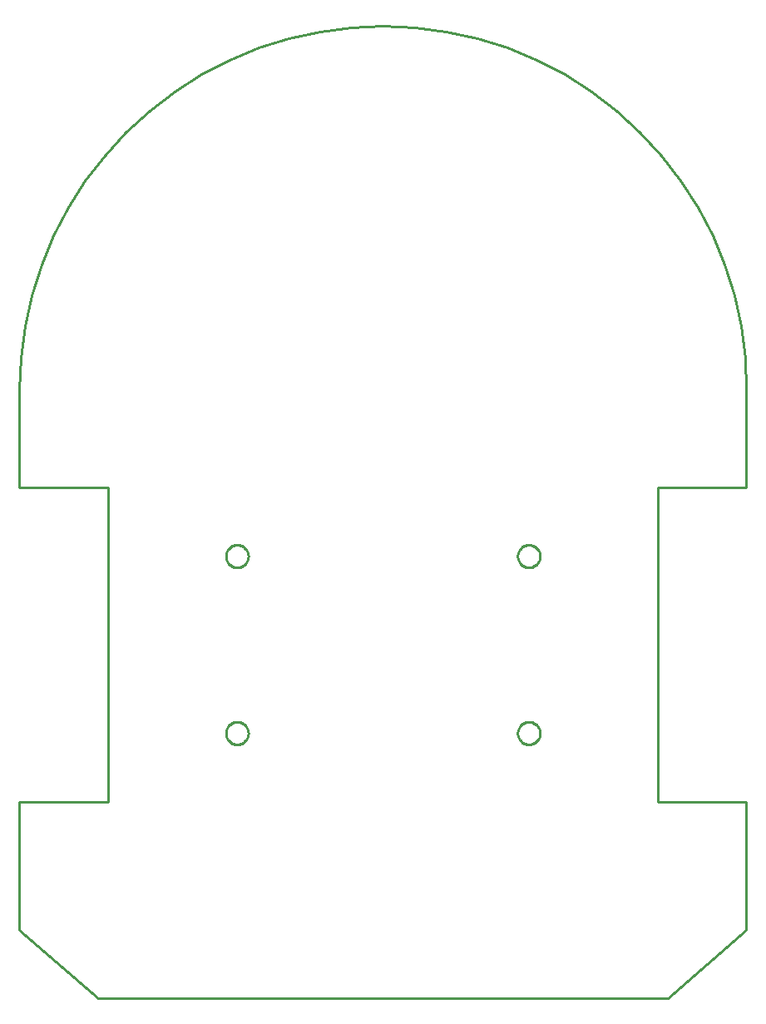
<source format=gbr>
G04 EAGLE Gerber RS-274X export*
G75*
%MOMM*%
%FSLAX34Y34*%
%LPD*%
%IN*%
%IPPOS*%
%AMOC8*
5,1,8,0,0,1.08239X$1,22.5*%
G01*
%ADD10C,0.254000*%


D10*
X430000Y310000D02*
X510000Y240000D01*
X1090000Y240000D01*
X1170000Y310000D01*
X1170000Y440000D01*
X1080000Y440000D01*
X1080000Y760000D01*
X1170000Y760000D01*
X1170000Y860000D01*
X1168592Y892248D01*
X1164379Y924250D01*
X1157393Y955763D01*
X1147686Y986547D01*
X1135334Y1016369D01*
X1120429Y1045000D01*
X1103086Y1072223D01*
X1083436Y1097831D01*
X1061630Y1121630D01*
X1037831Y1143436D01*
X1012223Y1163086D01*
X985000Y1180429D01*
X956369Y1195334D01*
X926547Y1207686D01*
X895763Y1217393D01*
X864250Y1224379D01*
X832248Y1228592D01*
X800000Y1230000D01*
X767752Y1228592D01*
X735750Y1224379D01*
X704237Y1217393D01*
X673453Y1207686D01*
X643631Y1195334D01*
X615000Y1180429D01*
X587777Y1163086D01*
X562169Y1143436D01*
X538371Y1121630D01*
X516564Y1097831D01*
X496914Y1072223D01*
X479571Y1045000D01*
X464666Y1016369D01*
X452314Y986547D01*
X442607Y955763D01*
X435621Y924250D01*
X431408Y892248D01*
X430000Y860000D01*
X430000Y760000D01*
X520000Y760000D01*
X520000Y440000D01*
X430000Y440000D01*
X430000Y310000D01*
X959930Y689551D02*
X959860Y688656D01*
X959719Y687768D01*
X959509Y686895D01*
X959232Y686041D01*
X958888Y685211D01*
X958480Y684411D01*
X958011Y683645D01*
X957483Y682918D01*
X956900Y682235D01*
X956265Y681600D01*
X955582Y681017D01*
X954855Y680489D01*
X954089Y680020D01*
X953289Y679612D01*
X952459Y679268D01*
X951605Y678991D01*
X950732Y678781D01*
X949845Y678640D01*
X948949Y678570D01*
X948051Y678570D01*
X947156Y678640D01*
X946268Y678781D01*
X945395Y678991D01*
X944541Y679268D01*
X943711Y679612D01*
X942911Y680020D01*
X942145Y680489D01*
X941418Y681017D01*
X940735Y681600D01*
X940100Y682235D01*
X939517Y682918D01*
X938989Y683645D01*
X938520Y684411D01*
X938112Y685211D01*
X937768Y686041D01*
X937491Y686895D01*
X937281Y687768D01*
X937140Y688656D01*
X937070Y689551D01*
X937070Y690449D01*
X937140Y691345D01*
X937281Y692232D01*
X937491Y693105D01*
X937768Y693959D01*
X938112Y694789D01*
X938520Y695589D01*
X938989Y696355D01*
X939517Y697082D01*
X940100Y697765D01*
X940735Y698400D01*
X941418Y698983D01*
X942145Y699511D01*
X942911Y699980D01*
X943711Y700388D01*
X944541Y700732D01*
X945395Y701009D01*
X946268Y701219D01*
X947156Y701360D01*
X948051Y701430D01*
X948949Y701430D01*
X949845Y701360D01*
X950732Y701219D01*
X951605Y701009D01*
X952459Y700732D01*
X953289Y700388D01*
X954089Y699980D01*
X954855Y699511D01*
X955582Y698983D01*
X956265Y698400D01*
X956900Y697765D01*
X957483Y697082D01*
X958011Y696355D01*
X958480Y695589D01*
X958888Y694789D01*
X959232Y693959D01*
X959509Y693105D01*
X959719Y692232D01*
X959860Y691345D01*
X959930Y690449D01*
X959930Y689551D01*
X959930Y509551D02*
X959860Y508656D01*
X959719Y507768D01*
X959509Y506895D01*
X959232Y506041D01*
X958888Y505211D01*
X958480Y504411D01*
X958011Y503645D01*
X957483Y502918D01*
X956900Y502235D01*
X956265Y501600D01*
X955582Y501017D01*
X954855Y500489D01*
X954089Y500020D01*
X953289Y499612D01*
X952459Y499268D01*
X951605Y498991D01*
X950732Y498781D01*
X949845Y498640D01*
X948949Y498570D01*
X948051Y498570D01*
X947156Y498640D01*
X946268Y498781D01*
X945395Y498991D01*
X944541Y499268D01*
X943711Y499612D01*
X942911Y500020D01*
X942145Y500489D01*
X941418Y501017D01*
X940735Y501600D01*
X940100Y502235D01*
X939517Y502918D01*
X938989Y503645D01*
X938520Y504411D01*
X938112Y505211D01*
X937768Y506041D01*
X937491Y506895D01*
X937281Y507768D01*
X937140Y508656D01*
X937070Y509551D01*
X937070Y510449D01*
X937140Y511345D01*
X937281Y512232D01*
X937491Y513105D01*
X937768Y513959D01*
X938112Y514789D01*
X938520Y515589D01*
X938989Y516355D01*
X939517Y517082D01*
X940100Y517765D01*
X940735Y518400D01*
X941418Y518983D01*
X942145Y519511D01*
X942911Y519980D01*
X943711Y520388D01*
X944541Y520732D01*
X945395Y521009D01*
X946268Y521219D01*
X947156Y521360D01*
X948051Y521430D01*
X948949Y521430D01*
X949845Y521360D01*
X950732Y521219D01*
X951605Y521009D01*
X952459Y520732D01*
X953289Y520388D01*
X954089Y519980D01*
X954855Y519511D01*
X955582Y518983D01*
X956265Y518400D01*
X956900Y517765D01*
X957483Y517082D01*
X958011Y516355D01*
X958480Y515589D01*
X958888Y514789D01*
X959232Y513959D01*
X959509Y513105D01*
X959719Y512232D01*
X959860Y511345D01*
X959930Y510449D01*
X959930Y509551D01*
X662930Y509551D02*
X662860Y508656D01*
X662719Y507768D01*
X662509Y506895D01*
X662232Y506041D01*
X661888Y505211D01*
X661480Y504411D01*
X661011Y503645D01*
X660483Y502918D01*
X659900Y502235D01*
X659265Y501600D01*
X658582Y501017D01*
X657855Y500489D01*
X657089Y500020D01*
X656289Y499612D01*
X655459Y499268D01*
X654605Y498991D01*
X653732Y498781D01*
X652845Y498640D01*
X651949Y498570D01*
X651051Y498570D01*
X650156Y498640D01*
X649268Y498781D01*
X648395Y498991D01*
X647541Y499268D01*
X646711Y499612D01*
X645911Y500020D01*
X645145Y500489D01*
X644418Y501017D01*
X643735Y501600D01*
X643100Y502235D01*
X642517Y502918D01*
X641989Y503645D01*
X641520Y504411D01*
X641112Y505211D01*
X640768Y506041D01*
X640491Y506895D01*
X640281Y507768D01*
X640140Y508656D01*
X640070Y509551D01*
X640070Y510449D01*
X640140Y511345D01*
X640281Y512232D01*
X640491Y513105D01*
X640768Y513959D01*
X641112Y514789D01*
X641520Y515589D01*
X641989Y516355D01*
X642517Y517082D01*
X643100Y517765D01*
X643735Y518400D01*
X644418Y518983D01*
X645145Y519511D01*
X645911Y519980D01*
X646711Y520388D01*
X647541Y520732D01*
X648395Y521009D01*
X649268Y521219D01*
X650156Y521360D01*
X651051Y521430D01*
X651949Y521430D01*
X652845Y521360D01*
X653732Y521219D01*
X654605Y521009D01*
X655459Y520732D01*
X656289Y520388D01*
X657089Y519980D01*
X657855Y519511D01*
X658582Y518983D01*
X659265Y518400D01*
X659900Y517765D01*
X660483Y517082D01*
X661011Y516355D01*
X661480Y515589D01*
X661888Y514789D01*
X662232Y513959D01*
X662509Y513105D01*
X662719Y512232D01*
X662860Y511345D01*
X662930Y510449D01*
X662930Y509551D01*
X662930Y689551D02*
X662860Y688656D01*
X662719Y687768D01*
X662509Y686895D01*
X662232Y686041D01*
X661888Y685211D01*
X661480Y684411D01*
X661011Y683645D01*
X660483Y682918D01*
X659900Y682235D01*
X659265Y681600D01*
X658582Y681017D01*
X657855Y680489D01*
X657089Y680020D01*
X656289Y679612D01*
X655459Y679268D01*
X654605Y678991D01*
X653732Y678781D01*
X652845Y678640D01*
X651949Y678570D01*
X651051Y678570D01*
X650156Y678640D01*
X649268Y678781D01*
X648395Y678991D01*
X647541Y679268D01*
X646711Y679612D01*
X645911Y680020D01*
X645145Y680489D01*
X644418Y681017D01*
X643735Y681600D01*
X643100Y682235D01*
X642517Y682918D01*
X641989Y683645D01*
X641520Y684411D01*
X641112Y685211D01*
X640768Y686041D01*
X640491Y686895D01*
X640281Y687768D01*
X640140Y688656D01*
X640070Y689551D01*
X640070Y690449D01*
X640140Y691345D01*
X640281Y692232D01*
X640491Y693105D01*
X640768Y693959D01*
X641112Y694789D01*
X641520Y695589D01*
X641989Y696355D01*
X642517Y697082D01*
X643100Y697765D01*
X643735Y698400D01*
X644418Y698983D01*
X645145Y699511D01*
X645911Y699980D01*
X646711Y700388D01*
X647541Y700732D01*
X648395Y701009D01*
X649268Y701219D01*
X650156Y701360D01*
X651051Y701430D01*
X651949Y701430D01*
X652845Y701360D01*
X653732Y701219D01*
X654605Y701009D01*
X655459Y700732D01*
X656289Y700388D01*
X657089Y699980D01*
X657855Y699511D01*
X658582Y698983D01*
X659265Y698400D01*
X659900Y697765D01*
X660483Y697082D01*
X661011Y696355D01*
X661480Y695589D01*
X661888Y694789D01*
X662232Y693959D01*
X662509Y693105D01*
X662719Y692232D01*
X662860Y691345D01*
X662930Y690449D01*
X662930Y689551D01*
M02*

</source>
